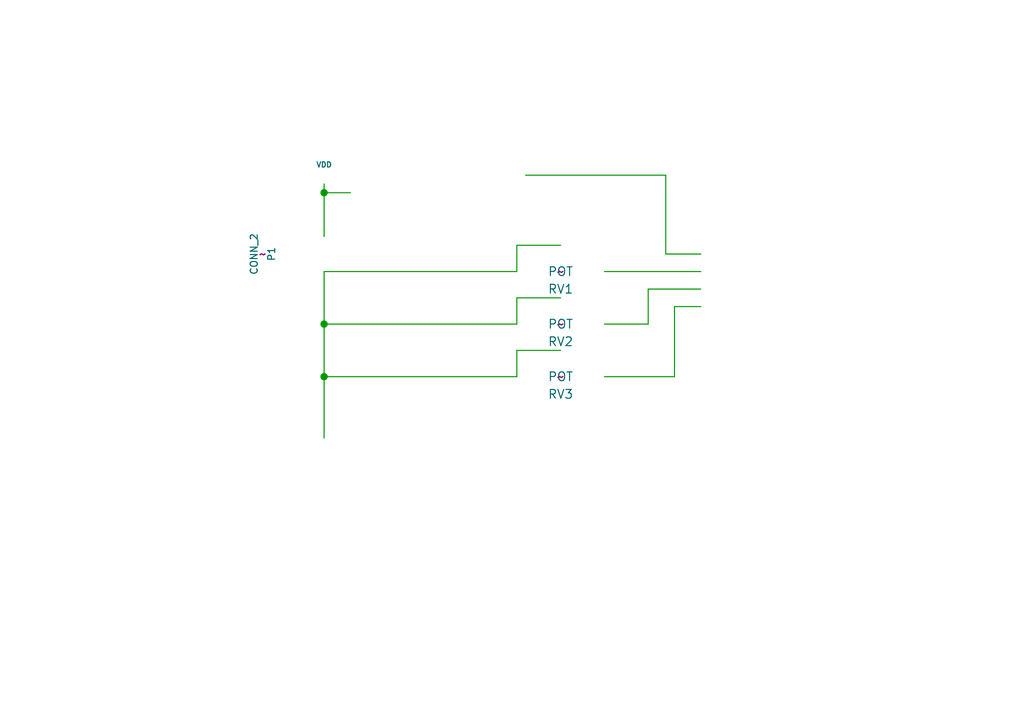
<source format=kicad_sch>
(kicad_sch (version 20230121) (generator eeschema)
  (paper "User" 148.488 105.004)
  (title_block (title "RGB LED Board") (date "22 sep 2015") (rev "v1") (company "coredump"))
  (lib_symbols)
  (junction (at 46.99 46.99))
  (junction (at 46.99 54.61))
  (junction (at 46.99 27.94))
  (wire (pts (xy 101.6 41.91) (xy 93.98 41.91)))
  (wire (pts (xy 81.28 43.18) (xy 74.93 43.18)))
  (wire (pts (xy 96.52 25.4) (xy 96.52 36.83)))
  (wire (pts (xy 74.93 39.37) (xy 46.99 39.37)))
  (wire (pts (xy 74.93 54.61) (xy 46.99 54.61)))
  (wire (pts (xy 74.93 46.99) (xy 46.99 46.99)))
  (wire (pts (xy 101.6 44.45) (xy 97.79 44.45)))
  (wire (pts (xy 46.99 34.29) (xy 46.99 27.94)))
  (wire (pts (xy 96.52 25.4) (xy 76.2 25.4)))
  (wire (pts (xy 74.93 50.8) (xy 74.93 54.61)))
  (wire (pts (xy 97.79 44.45) (xy 97.79 54.61)))
  (wire (pts (xy 50.8 27.94) (xy 46.99 27.94)))
  (wire (pts (xy 46.99 39.37) (xy 46.99 46.99)))
  (wire (pts (xy 96.52 36.83) (xy 101.6 36.83)))
  (wire (pts (xy 93.98 46.99) (xy 87.63 46.99)))
  (wire (pts (xy 87.63 39.37) (xy 101.6 39.37)))
  (wire (pts (xy 74.93 35.56) (xy 74.93 39.37)))
  (wire (pts (xy 81.28 35.56) (xy 74.93 35.56)))
  (wire (pts (xy 97.79 54.61) (xy 87.63 54.61)))
  (wire (pts (xy 93.98 41.91) (xy 93.98 46.99)))
  (wire (pts (xy 46.99 54.61) (xy 46.99 63.5)))
  (wire (pts (xy 46.99 27.94) (xy 46.99 26.67)))
  (wire (pts (xy 74.93 43.18) (xy 74.93 46.99)))
  (wire (pts (xy 81.28 50.8) (xy 74.93 50.8)))
  (wire (pts (xy 46.99 46.99) (xy 46.99 54.61)))
  (symbol (lib_id "POT") (at 81.28 46.99 0) (unit 1)
    (property "Reference" "RV2" (at 81.28 49.53 0))
    (property "Value" "POT" (at 81.28 46.99 0))
    (property "Footprint" "~" (at 81.28 46.99 0) (effects (font (size 1.524 1.524))))
    (property "Datasheet" "~" (at 81.28 46.99 0) (effects (font (size 1.524 1.524))))
  )
  (symbol (lib_id "POT") (at 81.28 54.61 0) (unit 1)
    (property "Reference" "RV3" (at 81.28 57.15 0))
    (property "Value" "POT" (at 81.28 54.61 0))
    (property "Footprint" "~" (at 81.28 54.61 0) (effects (font (size 1.524 1.524))))
    (property "Datasheet" "~" (at 81.28 54.61 0) (effects (font (size 1.524 1.524))))
  )
  (symbol (lib_id "POT") (at 81.28 39.37 0) (unit 1)
    (property "Reference" "RV1" (at 81.28 41.91 0))
    (property "Value" "POT" (at 81.28 39.37 0))
    (property "Footprint" "~" (at 81.28 39.37 0) (effects (font (size 1.524 1.524))))
    (property "Datasheet" "~" (at 81.28 39.37 0) (effects (font (size 1.524 1.524))))
  )
  (symbol (lib_id "GND") (at 46.99 63.5 0) (unit 1)
    (property "Reference" "#PWR01" (effects hide))
    (property "Value" "GND" (effects hide))
  )
  (symbol (lib_id "VDD") (at 46.99 26.67 0) (unit 1)
    (property "Reference" "#PWR02" (effects hide))
    (property "Value" "VDD" (at 46.99 23.876 0) (effects (font (size 0.762 0.762))))
  )
  (symbol (lib_id "CONN_2") (at 38.1 36.83 180) (unit 1)
    (property "Reference" "P1" (at 39.37 36.83 90) (effects (font (size 1.016 1.016))))
    (property "Value" "CONN_2" (at 36.83 36.83 90) (effects (font (size 1.016 1.016))))
    (property "Footprint" "~" (at 38.1 36.83 0) (effects (font (size 1.524 1.524))))
    (property "Datasheet" "~" (at 38.1 36.83 0) (effects (font (size 1.524 1.524))))
  )
  (symbol (lib_id "CONN_4") (at 110.49 40.64 0) (unit 1)
    (property "Reference" "P2" (at 109.22 40.64 90))
    (property "Value" "CONN_4" (at 111.76 40.64 90))
    (property "Footprint" "~" (at 110.49 40.64 0) (effects (font (size 1.524 1.524))))
    (property "Datasheet" "~" (at 110.49 40.64 0) (effects (font (size 1.524 1.524))))
  )
  (symbol (lib_id "SWITCH_INV") (at 63.5 27.94 0) (unit 1)
    (property "Reference" "SW1" (at 58.42 24.13 0))
    (property "Value" "SWITCH_INV" (at 59.69 31.75 0))
    (property "Footprint" "~" (at 63.5 27.94 0) (effects (font (size 1.524 1.524))))
    (property "Datasheet" "~" (at 63.5 27.94 0) (effects (font (size 1.524 1.524))))
  )
)
</source>
